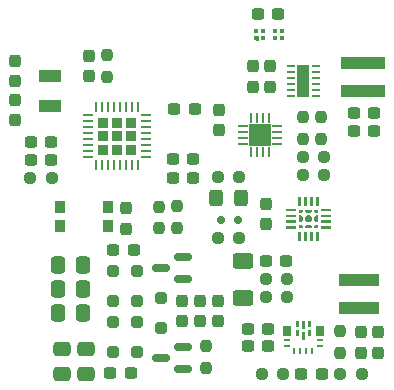
<source format=gbr>
%TF.GenerationSoftware,KiCad,Pcbnew,7.0.1*%
%TF.CreationDate,2024-08-13T13:22:24+02:00*%
%TF.ProjectId,wpt_receiver,7770745f-7265-4636-9569-7665722e6b69,rev?*%
%TF.SameCoordinates,Original*%
%TF.FileFunction,Paste,Top*%
%TF.FilePolarity,Positive*%
%FSLAX46Y46*%
G04 Gerber Fmt 4.6, Leading zero omitted, Abs format (unit mm)*
G04 Created by KiCad (PCBNEW 7.0.1) date 2024-08-13 13:22:24*
%MOMM*%
%LPD*%
G01*
G04 APERTURE LIST*
G04 Aperture macros list*
%AMRoundRect*
0 Rectangle with rounded corners*
0 $1 Rounding radius*
0 $2 $3 $4 $5 $6 $7 $8 $9 X,Y pos of 4 corners*
0 Add a 4 corners polygon primitive as box body*
4,1,4,$2,$3,$4,$5,$6,$7,$8,$9,$2,$3,0*
0 Add four circle primitives for the rounded corners*
1,1,$1+$1,$2,$3*
1,1,$1+$1,$4,$5*
1,1,$1+$1,$6,$7*
1,1,$1+$1,$8,$9*
0 Add four rect primitives between the rounded corners*
20,1,$1+$1,$2,$3,$4,$5,0*
20,1,$1+$1,$4,$5,$6,$7,0*
20,1,$1+$1,$6,$7,$8,$9,0*
20,1,$1+$1,$8,$9,$2,$3,0*%
G04 Aperture macros list end*
%ADD10RoundRect,0.237500X-0.237500X0.300000X-0.237500X-0.300000X0.237500X-0.300000X0.237500X0.300000X0*%
%ADD11RoundRect,0.237500X-0.250000X-0.237500X0.250000X-0.237500X0.250000X0.237500X-0.250000X0.237500X0*%
%ADD12RoundRect,0.237500X0.237500X-0.300000X0.237500X0.300000X-0.237500X0.300000X-0.237500X-0.300000X0*%
%ADD13RoundRect,0.237500X-0.300000X-0.237500X0.300000X-0.237500X0.300000X0.237500X-0.300000X0.237500X0*%
%ADD14RoundRect,0.150000X0.587500X0.150000X-0.587500X0.150000X-0.587500X-0.150000X0.587500X-0.150000X0*%
%ADD15RoundRect,0.237500X0.300000X0.237500X-0.300000X0.237500X-0.300000X-0.237500X0.300000X-0.237500X0*%
%ADD16RoundRect,0.237500X-0.237500X0.250000X-0.237500X-0.250000X0.237500X-0.250000X0.237500X0.250000X0*%
%ADD17RoundRect,0.150000X-0.150000X-0.200000X0.150000X-0.200000X0.150000X0.200000X-0.150000X0.200000X0*%
%ADD18RoundRect,0.250000X0.625000X-0.400000X0.625000X0.400000X-0.625000X0.400000X-0.625000X-0.400000X0*%
%ADD19R,0.431800X0.431800*%
%ADD20RoundRect,0.237500X0.237500X-0.250000X0.237500X0.250000X-0.237500X0.250000X-0.237500X-0.250000X0*%
%ADD21RoundRect,0.232500X-0.232500X-0.232500X0.232500X-0.232500X0.232500X0.232500X-0.232500X0.232500X0*%
%ADD22RoundRect,0.062500X-0.375000X-0.062500X0.375000X-0.062500X0.375000X0.062500X-0.375000X0.062500X0*%
%ADD23RoundRect,0.062500X-0.062500X-0.375000X0.062500X-0.375000X0.062500X0.375000X-0.062500X0.375000X0*%
%ADD24R,3.700000X0.980000*%
%ADD25RoundRect,0.237500X0.250000X0.237500X-0.250000X0.237500X-0.250000X-0.237500X0.250000X-0.237500X0*%
%ADD26RoundRect,0.250000X-0.250000X0.250000X-0.250000X-0.250000X0.250000X-0.250000X0.250000X0.250000X0*%
%ADD27R,0.240000X0.599999*%
%ADD28R,0.599999X0.240000*%
%ADD29R,0.700001X0.850001*%
%ADD30RoundRect,0.250000X-0.325000X-0.450000X0.325000X-0.450000X0.325000X0.450000X-0.325000X0.450000X0*%
%ADD31R,0.660400X0.254000*%
%ADD32R,1.092200X2.743200*%
%ADD33R,3.400000X0.980000*%
%ADD34RoundRect,0.250000X-0.337500X-0.475000X0.337500X-0.475000X0.337500X0.475000X-0.337500X0.475000X0*%
%ADD35RoundRect,0.250000X-0.475000X0.337500X-0.475000X-0.337500X0.475000X-0.337500X0.475000X0.337500X0*%
%ADD36R,1.900000X1.100000*%
%ADD37R,0.812800X0.254000*%
%ADD38R,0.254000X0.812800*%
%ADD39R,1.828800X1.828800*%
%ADD40R,0.900000X1.000000*%
G04 APERTURE END LIST*
%TO.C,U11*%
G36*
X152546106Y-123686108D02*
G01*
X151745891Y-123686108D01*
X151745891Y-123455890D01*
X152546106Y-123455890D01*
X152546106Y-123686108D01*
G37*
G36*
X152546106Y-123186106D02*
G01*
X151745891Y-123186106D01*
X151745891Y-122955891D01*
X152546106Y-122955891D01*
X152546106Y-123186106D01*
G37*
G36*
X152546106Y-122686107D02*
G01*
X151745891Y-122686107D01*
X151745891Y-122455892D01*
X152546106Y-122455892D01*
X152546106Y-122686107D01*
G37*
G36*
X152546106Y-122186108D02*
G01*
X151745891Y-122186108D01*
X151745891Y-121955890D01*
X152546106Y-121955890D01*
X152546106Y-122186108D01*
G37*
G36*
X151536296Y-124696106D02*
G01*
X151306080Y-124696106D01*
X151306080Y-123895891D01*
X151536296Y-123895891D01*
X151536296Y-124696106D01*
G37*
G36*
X151536296Y-121746107D02*
G01*
X151306080Y-121746107D01*
X151306080Y-120945892D01*
X151536296Y-120945892D01*
X151536296Y-121746107D01*
G37*
G36*
X151036170Y-124696106D02*
G01*
X150805954Y-124696106D01*
X150805954Y-123895891D01*
X151036170Y-123895891D01*
X151036170Y-124696106D01*
G37*
G36*
X151036170Y-121746107D02*
G01*
X150805954Y-121746107D01*
X150805954Y-120945892D01*
X151036170Y-120945892D01*
X151036170Y-121746107D01*
G37*
G36*
X150536044Y-124696106D02*
G01*
X150305828Y-124696106D01*
X150305828Y-123895891D01*
X150536044Y-123895891D01*
X150536044Y-124696106D01*
G37*
G36*
X150536044Y-121746107D02*
G01*
X150305828Y-121746107D01*
X150305828Y-120945892D01*
X150536044Y-120945892D01*
X150536044Y-121746107D01*
G37*
G36*
X150035918Y-124696106D02*
G01*
X149805702Y-124696106D01*
X149805702Y-123895891D01*
X150035918Y-123895891D01*
X150035918Y-124696106D01*
G37*
G36*
X150035918Y-121746107D02*
G01*
X149805702Y-121746107D01*
X149805702Y-120945892D01*
X150035918Y-120945892D01*
X150035918Y-121746107D01*
G37*
G36*
X149596107Y-123686108D02*
G01*
X148795892Y-123686108D01*
X148795892Y-123455890D01*
X149596107Y-123455890D01*
X149596107Y-123686108D01*
G37*
G36*
X149596107Y-123186106D02*
G01*
X148795892Y-123186106D01*
X148795892Y-122955891D01*
X149596107Y-122955891D01*
X149596107Y-123186106D01*
G37*
G36*
X149596107Y-122686107D02*
G01*
X148795892Y-122686107D01*
X148795892Y-122455892D01*
X149596107Y-122455892D01*
X149596107Y-122686107D01*
G37*
G36*
X149596107Y-122186108D02*
G01*
X148795892Y-122186108D01*
X148795892Y-121955890D01*
X149596107Y-121955890D01*
X149596107Y-122186108D01*
G37*
G36*
X151446069Y-123596069D02*
G01*
X151164699Y-123596069D01*
X151164699Y-123456120D01*
X151306120Y-123314699D01*
X151446069Y-123314699D01*
X151446069Y-123596069D01*
G37*
G36*
X151446069Y-122327299D02*
G01*
X151306120Y-122327299D01*
X151164699Y-122185878D01*
X151164699Y-122045929D01*
X151446069Y-122045929D01*
X151446069Y-122327299D01*
G37*
G36*
X150177299Y-123456120D02*
G01*
X150177299Y-123596069D01*
X149895929Y-123596069D01*
X149895929Y-123314699D01*
X150035878Y-123314699D01*
X150177299Y-123456120D01*
G37*
G36*
X150177299Y-122185878D02*
G01*
X150035878Y-122327299D01*
X149895929Y-122327299D01*
X149895929Y-122045929D01*
X150177299Y-122045929D01*
X150177299Y-122185878D01*
G37*
G36*
X151446069Y-123114699D02*
G01*
X151306120Y-123114699D01*
X151164699Y-122973278D01*
X151164699Y-122668720D01*
X151306120Y-122527299D01*
X151446069Y-122527299D01*
X151446069Y-123114699D01*
G37*
G36*
X150964699Y-123456120D02*
G01*
X150964699Y-123596069D01*
X150377299Y-123596069D01*
X150377299Y-123456120D01*
X150518720Y-123314699D01*
X150823278Y-123314699D01*
X150964699Y-123456120D01*
G37*
G36*
X150964699Y-122185878D02*
G01*
X150823278Y-122327299D01*
X150518720Y-122327299D01*
X150377299Y-122185878D01*
X150377299Y-122045929D01*
X150964699Y-122045929D01*
X150964699Y-122185878D01*
G37*
G36*
X150177299Y-122668720D02*
G01*
X150177299Y-122973278D01*
X150035878Y-123114699D01*
X149895929Y-123114699D01*
X149895929Y-122527299D01*
X150035878Y-122527299D01*
X150177299Y-122668720D01*
G37*
G36*
X150964699Y-122668720D02*
G01*
X150964699Y-122973278D01*
X150823278Y-123114699D01*
X150518720Y-123114699D01*
X150377299Y-122973278D01*
X150377299Y-122668720D01*
X150518720Y-122527299D01*
X150823278Y-122527299D01*
X150964699Y-122668720D01*
G37*
%TO.C,U8*%
G36*
X150322755Y-132379961D02*
G01*
X150332135Y-132382806D01*
X150340779Y-132387426D01*
X150348355Y-132393644D01*
X150354573Y-132401221D01*
X150359194Y-132409865D01*
X150362038Y-132419245D01*
X150362998Y-132428998D01*
X150362998Y-133049000D01*
X150362038Y-133058756D01*
X150359194Y-133068136D01*
X150354573Y-133076780D01*
X150348355Y-133084356D01*
X150340779Y-133090574D01*
X150332135Y-133095195D01*
X150322755Y-133098039D01*
X150312999Y-133099000D01*
X150163001Y-133099000D01*
X150153245Y-133098039D01*
X150143865Y-133095195D01*
X150135221Y-133090574D01*
X150127645Y-133084356D01*
X150121427Y-133076780D01*
X150116806Y-133068136D01*
X150113962Y-133058756D01*
X150113002Y-133049000D01*
X150113002Y-132428998D01*
X150113962Y-132419245D01*
X150116806Y-132409865D01*
X150121427Y-132401221D01*
X150127645Y-132393644D01*
X150135221Y-132387426D01*
X150143865Y-132382806D01*
X150153245Y-132379961D01*
X150163001Y-132378998D01*
X150312999Y-132378998D01*
X150322755Y-132379961D01*
G37*
G36*
X149822756Y-132204460D02*
G01*
X149832136Y-132207305D01*
X149840780Y-132211927D01*
X149848356Y-132218145D01*
X149854574Y-132225722D01*
X149859195Y-132234366D01*
X149862039Y-132243746D01*
X149863002Y-132253500D01*
X149863002Y-132728500D01*
X149862039Y-132738254D01*
X149859195Y-132747634D01*
X149854574Y-132756277D01*
X149848356Y-132763854D01*
X149840780Y-132770072D01*
X149832136Y-132774695D01*
X149822756Y-132777540D01*
X149813002Y-132778500D01*
X149663002Y-132778500D01*
X149653246Y-132777540D01*
X149643866Y-132774695D01*
X149635222Y-132770072D01*
X149627646Y-132763854D01*
X149621428Y-132756277D01*
X149616807Y-132747634D01*
X149613963Y-132738254D01*
X149613003Y-132728500D01*
X149613003Y-132253500D01*
X149613963Y-132243746D01*
X149616807Y-132234366D01*
X149621428Y-132225722D01*
X149627646Y-132218145D01*
X149635222Y-132211927D01*
X149643866Y-132207305D01*
X149653246Y-132204460D01*
X149663002Y-132203500D01*
X149813002Y-132203500D01*
X149822756Y-132204460D01*
G37*
G36*
X150822754Y-132204460D02*
G01*
X150832134Y-132207305D01*
X150840778Y-132211927D01*
X150848354Y-132218145D01*
X150854572Y-132225722D01*
X150859193Y-132234366D01*
X150862037Y-132243746D01*
X150862997Y-132253500D01*
X150862997Y-132728500D01*
X150862037Y-132738254D01*
X150859193Y-132747634D01*
X150854572Y-132756277D01*
X150848354Y-132763854D01*
X150840778Y-132770072D01*
X150832134Y-132774695D01*
X150822754Y-132777540D01*
X150812998Y-132778500D01*
X150662998Y-132778500D01*
X150653244Y-132777540D01*
X150643864Y-132774695D01*
X150635220Y-132770072D01*
X150627644Y-132763854D01*
X150621426Y-132756277D01*
X150616805Y-132747634D01*
X150613961Y-132738254D01*
X150612998Y-132728500D01*
X150612998Y-132253500D01*
X150613961Y-132243746D01*
X150616805Y-132234366D01*
X150621426Y-132225722D01*
X150627644Y-132218145D01*
X150635220Y-132211927D01*
X150643864Y-132207305D01*
X150653244Y-132204460D01*
X150662998Y-132203500D01*
X150812998Y-132203500D01*
X150822754Y-132204460D01*
G37*
G36*
X149097756Y-131979959D02*
G01*
X149107136Y-131982804D01*
X149115780Y-131987427D01*
X149123357Y-131993645D01*
X149129574Y-132001222D01*
X149134195Y-132009865D01*
X149137040Y-132019246D01*
X149138000Y-132028999D01*
X149138000Y-132679000D01*
X149137040Y-132688754D01*
X149134195Y-132698134D01*
X149129574Y-132706778D01*
X149123357Y-132714355D01*
X149115780Y-132720573D01*
X149107136Y-132725195D01*
X149097756Y-132728040D01*
X149088000Y-132729000D01*
X148938000Y-132729000D01*
X148928246Y-132728040D01*
X148918866Y-132725195D01*
X148910223Y-132720573D01*
X148902646Y-132714355D01*
X148896428Y-132706778D01*
X148891808Y-132698134D01*
X148888963Y-132688754D01*
X148888000Y-132679000D01*
X148888000Y-132028999D01*
X148888963Y-132019246D01*
X148891808Y-132009865D01*
X148896428Y-132001222D01*
X148902646Y-131993645D01*
X148910223Y-131987427D01*
X148918866Y-131982804D01*
X148928246Y-131979959D01*
X148938000Y-131978999D01*
X149088000Y-131978999D01*
X149097756Y-131979959D01*
G37*
G36*
X151547754Y-131979959D02*
G01*
X151557134Y-131982804D01*
X151565777Y-131987427D01*
X151573354Y-131993645D01*
X151579572Y-132001222D01*
X151584192Y-132009865D01*
X151587037Y-132019246D01*
X151588000Y-132028999D01*
X151588000Y-132679000D01*
X151587037Y-132688754D01*
X151584192Y-132698134D01*
X151579572Y-132706778D01*
X151573354Y-132714355D01*
X151565777Y-132720573D01*
X151557134Y-132725195D01*
X151547754Y-132728040D01*
X151538000Y-132729000D01*
X151388000Y-132729000D01*
X151378244Y-132728040D01*
X151368864Y-132725195D01*
X151360220Y-132720573D01*
X151352643Y-132714355D01*
X151346426Y-132706778D01*
X151341805Y-132698134D01*
X151338960Y-132688754D01*
X151338000Y-132679000D01*
X151338000Y-132028999D01*
X151338960Y-132019246D01*
X151341805Y-132009865D01*
X151346426Y-132001222D01*
X151352643Y-131993645D01*
X151360220Y-131987427D01*
X151368864Y-131982804D01*
X151378244Y-131979959D01*
X151388000Y-131978999D01*
X151538000Y-131978999D01*
X151547754Y-131979959D01*
G37*
G36*
X151897753Y-132479963D02*
G01*
X151907133Y-132482808D01*
X151915777Y-132487429D01*
X151923354Y-132493646D01*
X151929571Y-132501223D01*
X151934194Y-132509867D01*
X151937039Y-132519247D01*
X151937999Y-132529001D01*
X151937999Y-132679000D01*
X151937039Y-132688757D01*
X151934194Y-132698137D01*
X151929571Y-132706780D01*
X151923354Y-132714357D01*
X151915777Y-132720575D01*
X151907133Y-132725195D01*
X151897753Y-132728040D01*
X151887999Y-132729000D01*
X151388000Y-132729000D01*
X151378247Y-132728040D01*
X151368866Y-132725195D01*
X151360223Y-132720575D01*
X151352646Y-132714357D01*
X151346428Y-132706780D01*
X151341805Y-132698137D01*
X151338960Y-132688757D01*
X151338000Y-132679000D01*
X151338000Y-132529001D01*
X151338960Y-132519247D01*
X151341805Y-132509867D01*
X151346428Y-132501223D01*
X151352646Y-132493646D01*
X151360223Y-132487429D01*
X151368866Y-132482808D01*
X151378247Y-132479963D01*
X151388000Y-132479001D01*
X151887999Y-132479001D01*
X151897753Y-132479963D01*
G37*
G36*
X149097753Y-132479963D02*
G01*
X149107134Y-132482808D01*
X149115777Y-132487429D01*
X149123354Y-132493646D01*
X149129572Y-132501223D01*
X149134195Y-132509867D01*
X149137040Y-132519247D01*
X149138000Y-132529001D01*
X149138000Y-132679000D01*
X149137040Y-132688757D01*
X149134195Y-132698137D01*
X149129572Y-132706780D01*
X149123354Y-132714357D01*
X149115777Y-132720575D01*
X149107134Y-132725195D01*
X149097753Y-132728040D01*
X149088000Y-132729000D01*
X148588001Y-132729000D01*
X148578247Y-132728040D01*
X148568867Y-132725195D01*
X148560223Y-132720575D01*
X148552646Y-132714357D01*
X148546429Y-132706780D01*
X148541806Y-132698137D01*
X148538961Y-132688757D01*
X148538001Y-132679000D01*
X148538001Y-132529001D01*
X148538961Y-132519247D01*
X148541806Y-132509867D01*
X148546429Y-132501223D01*
X148552646Y-132493646D01*
X148560223Y-132487429D01*
X148568867Y-132482808D01*
X148578247Y-132479963D01*
X148588001Y-132479001D01*
X149088000Y-132479001D01*
X149097753Y-132479963D01*
G37*
G36*
X150322755Y-131459960D02*
G01*
X150332135Y-131462805D01*
X150340779Y-131467425D01*
X150348355Y-131473643D01*
X150354573Y-131481220D01*
X150359194Y-131489864D01*
X150362038Y-131499244D01*
X150362998Y-131508998D01*
X150362998Y-132128999D01*
X150362038Y-132138755D01*
X150359194Y-132148135D01*
X150354573Y-132156779D01*
X150348355Y-132164356D01*
X150340779Y-132170574D01*
X150332135Y-132175194D01*
X150322755Y-132178039D01*
X150312999Y-132178999D01*
X150163001Y-132178999D01*
X150153245Y-132178039D01*
X150143865Y-132175194D01*
X150135221Y-132170574D01*
X150127645Y-132164356D01*
X150121427Y-132156779D01*
X150116806Y-132148135D01*
X150113962Y-132138755D01*
X150113002Y-132128999D01*
X150113002Y-131508998D01*
X150113962Y-131499244D01*
X150116806Y-131489864D01*
X150121427Y-131481220D01*
X150127645Y-131473643D01*
X150135221Y-131467425D01*
X150143865Y-131462805D01*
X150153245Y-131459960D01*
X150163001Y-131458998D01*
X150312999Y-131458998D01*
X150322755Y-131459960D01*
G37*
G36*
X151897753Y-131979959D02*
G01*
X151907133Y-131982804D01*
X151915777Y-131987424D01*
X151923354Y-131993642D01*
X151929571Y-132001219D01*
X151934194Y-132009863D01*
X151937039Y-132019243D01*
X151937999Y-132028999D01*
X151937999Y-132178999D01*
X151937039Y-132188752D01*
X151934194Y-132198133D01*
X151929571Y-132206776D01*
X151923354Y-132214353D01*
X151915777Y-132220571D01*
X151907133Y-132225191D01*
X151897753Y-132228036D01*
X151887999Y-132228999D01*
X151388000Y-132228999D01*
X151378247Y-132228036D01*
X151368866Y-132225191D01*
X151360223Y-132220571D01*
X151352646Y-132214353D01*
X151346428Y-132206776D01*
X151341805Y-132198133D01*
X151338960Y-132188752D01*
X151338000Y-132178999D01*
X151338000Y-132028999D01*
X151338960Y-132019243D01*
X151341805Y-132009863D01*
X151346428Y-132001219D01*
X151352646Y-131993642D01*
X151360223Y-131987424D01*
X151368866Y-131982804D01*
X151378247Y-131979959D01*
X151388000Y-131978999D01*
X151887999Y-131978999D01*
X151897753Y-131979959D01*
G37*
G36*
X149097753Y-131979959D02*
G01*
X149107134Y-131982804D01*
X149115777Y-131987424D01*
X149123354Y-131993642D01*
X149129572Y-132001219D01*
X149134195Y-132009863D01*
X149137040Y-132019243D01*
X149138000Y-132028999D01*
X149138000Y-132178999D01*
X149137040Y-132188752D01*
X149134195Y-132198133D01*
X149129572Y-132206776D01*
X149123354Y-132214353D01*
X149115777Y-132220571D01*
X149107134Y-132225191D01*
X149097753Y-132228036D01*
X149088000Y-132228999D01*
X148588001Y-132228999D01*
X148578247Y-132228036D01*
X148568867Y-132225191D01*
X148560223Y-132220571D01*
X148552646Y-132214353D01*
X148546429Y-132206776D01*
X148541806Y-132198133D01*
X148538961Y-132188752D01*
X148538001Y-132178999D01*
X148538001Y-132028999D01*
X148538961Y-132019243D01*
X148541806Y-132009863D01*
X148546429Y-132001219D01*
X148552646Y-131993642D01*
X148560223Y-131987424D01*
X148568867Y-131982804D01*
X148578247Y-131979959D01*
X148588001Y-131978999D01*
X149088000Y-131978999D01*
X149097753Y-131979959D01*
G37*
G36*
X149822756Y-131429460D02*
G01*
X149832136Y-131432305D01*
X149840780Y-131436928D01*
X149848356Y-131443146D01*
X149854574Y-131450722D01*
X149859195Y-131459366D01*
X149862039Y-131468746D01*
X149863002Y-131478500D01*
X149863002Y-131953500D01*
X149862039Y-131963254D01*
X149859195Y-131972634D01*
X149854574Y-131981278D01*
X149848356Y-131988854D01*
X149840780Y-131995072D01*
X149832136Y-131999695D01*
X149822756Y-132002540D01*
X149813002Y-132003500D01*
X149663002Y-132003500D01*
X149653246Y-132002540D01*
X149643866Y-131999695D01*
X149635222Y-131995072D01*
X149627646Y-131988854D01*
X149621428Y-131981278D01*
X149616807Y-131972634D01*
X149613963Y-131963254D01*
X149613003Y-131953500D01*
X149613003Y-131478500D01*
X149613963Y-131468746D01*
X149616807Y-131459366D01*
X149621428Y-131450722D01*
X149627646Y-131443146D01*
X149635222Y-131436928D01*
X149643866Y-131432305D01*
X149653246Y-131429460D01*
X149663002Y-131428500D01*
X149813002Y-131428500D01*
X149822756Y-131429460D01*
G37*
G36*
X150822754Y-131429460D02*
G01*
X150832134Y-131432305D01*
X150840778Y-131436928D01*
X150848354Y-131443146D01*
X150854572Y-131450722D01*
X150859193Y-131459366D01*
X150862037Y-131468746D01*
X150862997Y-131478500D01*
X150862997Y-131953500D01*
X150862037Y-131963254D01*
X150859193Y-131972634D01*
X150854572Y-131981278D01*
X150848354Y-131988854D01*
X150840778Y-131995072D01*
X150832134Y-131999695D01*
X150822754Y-132002540D01*
X150812998Y-132003500D01*
X150662998Y-132003500D01*
X150653244Y-132002540D01*
X150643864Y-131999695D01*
X150635220Y-131995072D01*
X150627644Y-131988854D01*
X150621426Y-131981278D01*
X150616805Y-131972634D01*
X150613961Y-131963254D01*
X150612998Y-131953500D01*
X150612998Y-131478500D01*
X150613961Y-131468746D01*
X150616805Y-131459366D01*
X150621426Y-131450722D01*
X150627644Y-131443146D01*
X150635220Y-131436928D01*
X150643864Y-131432305D01*
X150653244Y-131429460D01*
X150662998Y-131428500D01*
X150812998Y-131428500D01*
X150822754Y-131429460D01*
G37*
%TO.C,U9*%
G36*
X150699800Y-112408411D02*
G01*
X149807600Y-112408411D01*
X149807600Y-111236811D01*
X150699800Y-111236811D01*
X150699800Y-112408411D01*
G37*
G36*
X150699800Y-111036811D02*
G01*
X149807600Y-111036811D01*
X149807600Y-109865211D01*
X150699800Y-109865211D01*
X150699800Y-111036811D01*
G37*
%TO.C,U1*%
G36*
X146461772Y-107759500D02*
G01*
X146233172Y-107759500D01*
X146233172Y-107556300D01*
X146029972Y-107556300D01*
X146029972Y-107327700D01*
X146461772Y-107327700D01*
X146461772Y-107759500D01*
G37*
%TD*%
D10*
%TO.C,C17*%
X141478000Y-129774000D03*
X141478000Y-131499000D03*
%TD*%
D11*
%TO.C,R15*%
X146706000Y-135913001D03*
X148531000Y-135913001D03*
%TD*%
D12*
%TO.C,C31*%
X145948400Y-111619370D03*
X145948400Y-109894370D03*
%TD*%
D10*
%TO.C,C21*%
X143078200Y-113564500D03*
X143078200Y-115289500D03*
%TD*%
D13*
%TO.C,C40*%
X139218500Y-117729000D03*
X140943500Y-117729000D03*
%TD*%
%TO.C,C38*%
X139218500Y-119380000D03*
X140943500Y-119380000D03*
%TD*%
D14*
%TO.C,Q2*%
X140051000Y-135570000D03*
X140051000Y-133670000D03*
X138176000Y-134620000D03*
%TD*%
D15*
%TO.C,C37*%
X128878500Y-117856000D03*
X127153500Y-117856000D03*
%TD*%
D13*
%TO.C,C45*%
X147092500Y-126365000D03*
X148817500Y-126365000D03*
%TD*%
D16*
%TO.C,R25*%
X150241000Y-114212370D03*
X150241000Y-116037370D03*
%TD*%
%TO.C,R14*%
X151765000Y-114212370D03*
X151765000Y-116037370D03*
%TD*%
D17*
%TO.C,D11*%
X144679500Y-122936000D03*
X143279500Y-122936000D03*
%TD*%
D13*
%TO.C,C33*%
X154539300Y-113817486D03*
X156264300Y-113817486D03*
%TD*%
D18*
%TO.C,R28*%
X145134250Y-129491500D03*
X145134250Y-126391500D03*
%TD*%
D11*
%TO.C,R1*%
X142978500Y-119253000D03*
X144803500Y-119253000D03*
%TD*%
D19*
%TO.C,U12*%
X148409700Y-106908600D03*
X147806500Y-106908600D03*
X147806500Y-107518200D03*
X148409700Y-107518200D03*
%TD*%
D10*
%TO.C,C44*%
X135237000Y-121935000D03*
X135237000Y-123660000D03*
%TD*%
D20*
%TO.C,R11*%
X141986000Y-135429000D03*
X141986000Y-133604000D03*
%TD*%
D21*
%TO.C,U10*%
X133318500Y-114662000D03*
X133318500Y-115812000D03*
X133318500Y-116962000D03*
X134468500Y-114662000D03*
X134468500Y-115812000D03*
X134468500Y-116962000D03*
X135618500Y-114662000D03*
X135618500Y-115812000D03*
X135618500Y-116962000D03*
D22*
X132031000Y-114062000D03*
X132031000Y-114562000D03*
X132031000Y-115062000D03*
X132031000Y-115562000D03*
X132031000Y-116062000D03*
X132031000Y-116562000D03*
X132031000Y-117062000D03*
X132031000Y-117562000D03*
D23*
X132718500Y-118249500D03*
X133218500Y-118249500D03*
X133718500Y-118249500D03*
X134218500Y-118249500D03*
X134718500Y-118249500D03*
X135218500Y-118249500D03*
X135718500Y-118249500D03*
X136218500Y-118249500D03*
D22*
X136906000Y-117562000D03*
X136906000Y-117062000D03*
X136906000Y-116562000D03*
X136906000Y-116062000D03*
X136906000Y-115562000D03*
X136906000Y-115062000D03*
X136906000Y-114562000D03*
X136906000Y-114062000D03*
D23*
X136218500Y-113374500D03*
X135718500Y-113374500D03*
X135218500Y-113374500D03*
X134718500Y-113374500D03*
X134218500Y-113374500D03*
X133718500Y-113374500D03*
X133218500Y-113374500D03*
X132718500Y-113374500D03*
%TD*%
D15*
%TO.C,C22*%
X148117972Y-105511600D03*
X146392972Y-105511600D03*
%TD*%
D24*
%TO.C,L5*%
X155301300Y-109584486D03*
X155301300Y-111954486D03*
%TD*%
D10*
%TO.C,C27*%
X156588000Y-132424000D03*
X156588000Y-134149000D03*
%TD*%
D25*
%TO.C,R31*%
X152019000Y-117602000D03*
X150194000Y-117602000D03*
%TD*%
D26*
%TO.C,D1*%
X134112000Y-127254000D03*
X134112000Y-129754000D03*
%TD*%
D13*
%TO.C,C19*%
X134165000Y-125476000D03*
X135890000Y-125476000D03*
%TD*%
%TO.C,FB1*%
X127153500Y-116332000D03*
X128878500Y-116332000D03*
%TD*%
D27*
%TO.C,U8*%
X149487999Y-134029000D03*
X149987998Y-134029000D03*
X150488000Y-134029000D03*
X150987998Y-134029000D03*
D28*
X151638000Y-133604000D03*
X151638000Y-133104001D03*
D29*
X151638000Y-132354000D03*
X151638000Y-132354000D03*
X148838000Y-132354000D03*
X148838000Y-132354000D03*
D28*
X148838000Y-133104001D03*
X148838000Y-133604000D03*
%TD*%
D14*
%TO.C,Q1*%
X140051000Y-127950000D03*
X140051000Y-126050000D03*
X138176000Y-127000000D03*
%TD*%
D15*
%TO.C,C26*%
X147261000Y-132118001D03*
X145536000Y-132118001D03*
%TD*%
D12*
%TO.C,C42*%
X125832500Y-114489000D03*
X125832500Y-112764000D03*
%TD*%
D13*
%TO.C,C34*%
X154539300Y-115341486D03*
X156264300Y-115341486D03*
%TD*%
%TO.C,C43*%
X139328000Y-113538000D03*
X141053000Y-113538000D03*
%TD*%
D11*
%TO.C,R23*%
X153357000Y-135913001D03*
X155182000Y-135913001D03*
%TD*%
D30*
%TO.C,D4*%
X142880500Y-121031000D03*
X144930500Y-121031000D03*
%TD*%
D12*
%TO.C,C41*%
X132062500Y-110729000D03*
X132062500Y-109004000D03*
%TD*%
D31*
%TO.C,U9*%
X151282400Y-112387126D03*
X151282400Y-111887000D03*
X151282400Y-111386874D03*
X151282400Y-110886748D03*
X151282400Y-110386622D03*
X151282400Y-109886496D03*
X149225000Y-109886496D03*
X149225000Y-110386622D03*
X149225000Y-110886748D03*
X149225000Y-111386874D03*
X149225000Y-111887000D03*
X149225000Y-112387126D03*
D32*
X150253700Y-111136811D03*
%TD*%
D33*
%TO.C,L4*%
X154940000Y-127974000D03*
X154940000Y-130344000D03*
%TD*%
D26*
%TO.C,D3*%
X136144000Y-127254000D03*
X136144000Y-129754000D03*
%TD*%
D10*
%TO.C,C18*%
X139954000Y-129774000D03*
X139954000Y-131499000D03*
%TD*%
D11*
%TO.C,R33*%
X147042500Y-129439500D03*
X148867500Y-129439500D03*
%TD*%
D26*
%TO.C,D8*%
X138176000Y-129560000D03*
X138176000Y-132060000D03*
%TD*%
D34*
%TO.C,C4*%
X129497000Y-126746000D03*
X131572000Y-126746000D03*
%TD*%
D10*
%TO.C,C46*%
X147114999Y-121565500D03*
X147114999Y-123290500D03*
%TD*%
D35*
%TO.C,C15*%
X129794000Y-133858000D03*
X129794000Y-135933000D03*
%TD*%
D11*
%TO.C,R13*%
X143005000Y-124460000D03*
X144830000Y-124460000D03*
%TD*%
D10*
%TO.C,C39*%
X125832500Y-109462000D03*
X125832500Y-111187000D03*
%TD*%
D13*
%TO.C,C20*%
X133911000Y-135890000D03*
X135636000Y-135890000D03*
%TD*%
D19*
%TO.C,U1*%
X146245872Y-107543600D03*
X146849072Y-107543600D03*
X146849072Y-106934000D03*
X146245872Y-106934000D03*
%TD*%
D26*
%TO.C,D5*%
X136144000Y-131572000D03*
X136144000Y-134072000D03*
%TD*%
D12*
%TO.C,C32*%
X147412400Y-111619370D03*
X147412400Y-109894370D03*
%TD*%
D25*
%TO.C,R30*%
X152019000Y-119126000D03*
X150194000Y-119126000D03*
%TD*%
D36*
%TO.C,Y1*%
X128760500Y-110732000D03*
X128760500Y-113232000D03*
%TD*%
D25*
%TO.C,R34*%
X148867500Y-127915500D03*
X147042500Y-127915500D03*
%TD*%
D34*
%TO.C,C6*%
X129497000Y-130810000D03*
X131572000Y-130810000D03*
%TD*%
%TO.C,C5*%
X129497000Y-128778000D03*
X131572000Y-128778000D03*
%TD*%
D20*
%TO.C,R2*%
X139573000Y-123594500D03*
X139573000Y-121769500D03*
%TD*%
D37*
%TO.C,U6*%
X148005800Y-116447001D03*
X148005800Y-115947000D03*
X148005800Y-115447000D03*
X148005800Y-114946999D03*
D38*
X147308001Y-114249200D03*
X146808000Y-114249200D03*
X146308000Y-114249200D03*
X145807999Y-114249200D03*
D37*
X145110200Y-114946999D03*
X145110200Y-115447000D03*
X145110200Y-115947000D03*
X145110200Y-116447001D03*
D38*
X145807999Y-117144800D03*
X146308000Y-117144800D03*
X146808000Y-117144800D03*
X147308001Y-117144800D03*
D39*
X146558000Y-115697000D03*
%TD*%
D35*
%TO.C,C14*%
X131826000Y-133858000D03*
X131826000Y-135933000D03*
%TD*%
D11*
%TO.C,R32*%
X127103500Y-119380000D03*
X128928500Y-119380000D03*
%TD*%
D40*
%TO.C,SW1*%
X129631000Y-121844000D03*
X133731000Y-121844000D03*
X129631000Y-123444000D03*
X133731000Y-123444000D03*
%TD*%
D26*
%TO.C,D2*%
X134112000Y-131572000D03*
X134112000Y-134072000D03*
%TD*%
D10*
%TO.C,C16*%
X143002000Y-129774000D03*
X143002000Y-131499000D03*
%TD*%
%TO.C,C28*%
X155094000Y-132424000D03*
X155094000Y-134149000D03*
%TD*%
D13*
%TO.C,C29*%
X150058000Y-135913001D03*
X151783000Y-135913001D03*
%TD*%
D16*
%TO.C,R29*%
X133586500Y-108942500D03*
X133586500Y-110767500D03*
%TD*%
%TO.C,R3*%
X138049000Y-121793000D03*
X138049000Y-123618000D03*
%TD*%
%TO.C,R22*%
X153380000Y-132342001D03*
X153380000Y-134167001D03*
%TD*%
D15*
%TO.C,C25*%
X147261000Y-133612001D03*
X145536000Y-133612001D03*
%TD*%
M02*

</source>
